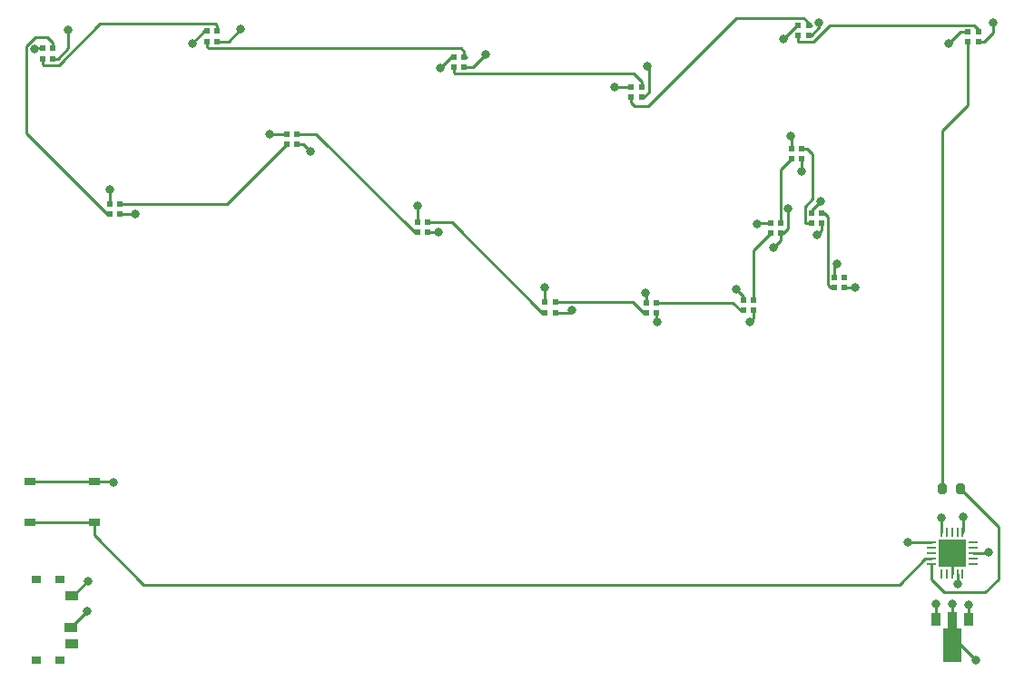
<source format=gbr>
%TF.GenerationSoftware,KiCad,Pcbnew,7.0.6*%
%TF.CreationDate,2023-11-12T21:40:01+01:00*%
%TF.ProjectId,Julkort,4a756c6b-6f72-4742-9e6b-696361645f70,rev?*%
%TF.SameCoordinates,Original*%
%TF.FileFunction,Copper,L1,Top*%
%TF.FilePolarity,Positive*%
%FSLAX46Y46*%
G04 Gerber Fmt 4.6, Leading zero omitted, Abs format (unit mm)*
G04 Created by KiCad (PCBNEW 7.0.6) date 2023-11-12 21:40:01*
%MOMM*%
%LPD*%
G01*
G04 APERTURE LIST*
G04 Aperture macros list*
%AMRoundRect*
0 Rectangle with rounded corners*
0 $1 Rounding radius*
0 $2 $3 $4 $5 $6 $7 $8 $9 X,Y pos of 4 corners*
0 Add a 4 corners polygon primitive as box body*
4,1,4,$2,$3,$4,$5,$6,$7,$8,$9,$2,$3,0*
0 Add four circle primitives for the rounded corners*
1,1,$1+$1,$2,$3*
1,1,$1+$1,$4,$5*
1,1,$1+$1,$6,$7*
1,1,$1+$1,$8,$9*
0 Add four rect primitives between the rounded corners*
20,1,$1+$1,$2,$3,$4,$5,0*
20,1,$1+$1,$4,$5,$6,$7,0*
20,1,$1+$1,$6,$7,$8,$9,0*
20,1,$1+$1,$8,$9,$2,$3,0*%
%AMFreePoly0*
4,1,9,3.862500,-0.866500,0.737500,-0.866500,0.737500,-0.450000,-0.737500,-0.450000,-0.737500,0.450000,0.737500,0.450000,0.737500,0.866500,3.862500,0.866500,3.862500,-0.866500,3.862500,-0.866500,$1*%
G04 Aperture macros list end*
%TA.AperFunction,SMDPad,CuDef*%
%ADD10R,0.550000X0.550000*%
%TD*%
%TA.AperFunction,SMDPad,CuDef*%
%ADD11RoundRect,0.200000X0.200000X0.275000X-0.200000X0.275000X-0.200000X-0.275000X0.200000X-0.275000X0*%
%TD*%
%TA.AperFunction,SMDPad,CuDef*%
%ADD12R,0.900000X1.300000*%
%TD*%
%TA.AperFunction,SMDPad,CuDef*%
%ADD13FreePoly0,270.000000*%
%TD*%
%TA.AperFunction,SMDPad,CuDef*%
%ADD14R,1.200000X0.900000*%
%TD*%
%TA.AperFunction,SMDPad,CuDef*%
%ADD15R,0.900000X0.800000*%
%TD*%
%TA.AperFunction,SMDPad,CuDef*%
%ADD16RoundRect,0.062500X-0.350000X-0.062500X0.350000X-0.062500X0.350000X0.062500X-0.350000X0.062500X0*%
%TD*%
%TA.AperFunction,SMDPad,CuDef*%
%ADD17RoundRect,0.062500X-0.062500X-0.350000X0.062500X-0.350000X0.062500X0.350000X-0.062500X0.350000X0*%
%TD*%
%TA.AperFunction,ComponentPad*%
%ADD18C,0.500000*%
%TD*%
%TA.AperFunction,SMDPad,CuDef*%
%ADD19R,2.500000X2.500000*%
%TD*%
%TA.AperFunction,SMDPad,CuDef*%
%ADD20R,1.000000X0.750000*%
%TD*%
%TA.AperFunction,ViaPad*%
%ADD21C,0.800000*%
%TD*%
%TA.AperFunction,Conductor*%
%ADD22C,0.250000*%
%TD*%
G04 APERTURE END LIST*
D10*
%TO.P,D14,1,DIN*%
%TO.N,Net-(D13-DOUT)*%
X148545075Y-87094201D03*
%TO.P,D14,2,VDD*%
%TO.N,+6V*%
X149495075Y-87094201D03*
%TO.P,D14,3,DOUT*%
%TO.N,Net-(D14-DOUT)*%
X149495075Y-86144201D03*
%TO.P,D14,4,GND*%
%TO.N,GND*%
X148545075Y-86144201D03*
%TD*%
%TO.P,D12,1,DIN*%
%TO.N,Net-(D11-DOUT)*%
X144063947Y-101264957D03*
%TO.P,D12,2,VDD*%
%TO.N,+6V*%
X145013947Y-101264957D03*
%TO.P,D12,3,DOUT*%
%TO.N,Net-(D12-DOUT)*%
X145013947Y-100314957D03*
%TO.P,D12,4,GND*%
%TO.N,GND*%
X144063947Y-100314957D03*
%TD*%
D11*
%TO.P,R1,1*%
%TO.N,Net-(U1-AREF{slash}PA0)*%
X164269654Y-117873176D03*
%TO.P,R1,2*%
%TO.N,Net-(D1-DIN)*%
X162619654Y-117873176D03*
%TD*%
D12*
%TO.P,U2,1,OUT*%
%TO.N,+6V*%
X165054247Y-130104485D03*
D13*
%TO.P,U2,2,GND*%
%TO.N,GND*%
X163554247Y-130191985D03*
D12*
%TO.P,U2,3,IN*%
%TO.N,Net-(U2-IN)*%
X162054247Y-130104485D03*
%TD*%
D14*
%TO.P,J1,1,NO*%
%TO.N,GND*%
X81374644Y-127889317D03*
%TO.P,J1,2,COM*%
%TO.N,Net-(J1-COM)*%
X81357246Y-130844155D03*
%TO.P,J1,3,NC*%
%TO.N,unconnected-(J1-NC-Pad3)*%
X81374644Y-132389317D03*
D15*
%TO.P,J1,MP1,MP1*%
%TO.N,unconnected-(J1-PadMP1)*%
X80324644Y-126339317D03*
%TO.P,J1,MP2,MP2*%
%TO.N,unconnected-(J1-PadMP2)*%
X80324644Y-133939317D03*
%TO.P,J1,MP3,MP3*%
%TO.N,unconnected-(J1-PadMP3)*%
X78124644Y-133939317D03*
%TO.P,J1,MP4,MP4*%
%TO.N,unconnected-(J1-PadMP4)*%
X78124644Y-126339317D03*
%TD*%
D10*
%TO.P,D9,1,DIN*%
%TO.N,Net-(D8-DOUT)*%
X113655595Y-93955523D03*
%TO.P,D9,2,VDD*%
%TO.N,+6V*%
X114605595Y-93955523D03*
%TO.P,D9,3,DOUT*%
%TO.N,Net-(D10-DIN)*%
X114605595Y-93005523D03*
%TO.P,D9,4,GND*%
%TO.N,GND*%
X113655595Y-93005523D03*
%TD*%
%TO.P,D2,1,DIN*%
%TO.N,Net-(D1-DOUT)*%
X149178278Y-75573155D03*
%TO.P,D2,2,VDD*%
%TO.N,+6V*%
X150128278Y-75573155D03*
%TO.P,D2,3,DOUT*%
%TO.N,Net-(D2-DOUT)*%
X150128278Y-74623155D03*
%TO.P,D2,4,GND*%
%TO.N,GND*%
X149178278Y-74623155D03*
%TD*%
%TO.P,D15,1,DIN*%
%TO.N,Net-(D14-DOUT)*%
X150389617Y-93081466D03*
%TO.P,D15,2,VDD*%
%TO.N,+6V*%
X151339617Y-93081466D03*
%TO.P,D15,3,DOUT*%
%TO.N,Net-(D15-DOUT)*%
X151339617Y-92131466D03*
%TO.P,D15,4,GND*%
%TO.N,GND*%
X150389617Y-92131466D03*
%TD*%
%TO.P,D8,1,DIN*%
%TO.N,Net-(D7-DOUT)*%
X101460621Y-85721700D03*
%TO.P,D8,2,VDD*%
%TO.N,+6V*%
X102410621Y-85721700D03*
%TO.P,D8,3,DOUT*%
%TO.N,Net-(D8-DOUT)*%
X102410621Y-84771700D03*
%TO.P,D8,4,GND*%
%TO.N,GND*%
X101460621Y-84771700D03*
%TD*%
D16*
%TO.P,U1,1,PA4*%
%TO.N,Net-(U1-PA4)*%
X161572910Y-122922699D03*
%TO.P,U1,2,PA3*%
%TO.N,unconnected-(U1-PA3-Pad2)*%
X161572910Y-123422699D03*
%TO.P,U1,3,PA2*%
%TO.N,unconnected-(U1-PA2-Pad3)*%
X161572910Y-123922699D03*
%TO.P,U1,4,PA1*%
%TO.N,Net-(S1-NO_1)*%
X161572910Y-124422699D03*
%TO.P,U1,5,AREF/PA0*%
%TO.N,Net-(U1-AREF{slash}PA0)*%
X161572910Y-124922699D03*
D17*
%TO.P,U1,6,NC*%
%TO.N,unconnected-(U1-NC-Pad6)*%
X162510410Y-125860199D03*
%TO.P,U1,7,NC*%
%TO.N,unconnected-(U1-NC-Pad7)*%
X163010410Y-125860199D03*
%TO.P,U1,8,GND*%
%TO.N,GND*%
X163510410Y-125860199D03*
%TO.P,U1,9,VCC*%
%TO.N,+6V*%
X164010410Y-125860199D03*
%TO.P,U1,10,NC*%
%TO.N,unconnected-(U1-NC-Pad10)*%
X164510410Y-125860199D03*
D16*
%TO.P,U1,11,XTAL1/PB0*%
%TO.N,unconnected-(U1-XTAL1{slash}PB0-Pad11)*%
X165447910Y-124922699D03*
%TO.P,U1,12,XTAL2/PB1*%
%TO.N,unconnected-(U1-XTAL2{slash}PB1-Pad12)*%
X165447910Y-124422699D03*
%TO.P,U1,13,~{RESET}/PB3*%
%TO.N,Net-(U1-~{RESET}{slash}PB3)*%
X165447910Y-123922699D03*
%TO.P,U1,14,PB2*%
%TO.N,unconnected-(U1-PB2-Pad14)*%
X165447910Y-123422699D03*
%TO.P,U1,15,PA7*%
%TO.N,unconnected-(U1-PA7-Pad15)*%
X165447910Y-122922699D03*
D17*
%TO.P,U1,16,PA6*%
%TO.N,Net-(U1-PA6)*%
X164510410Y-121985199D03*
%TO.P,U1,17,NC*%
%TO.N,unconnected-(U1-NC-Pad17)*%
X164010410Y-121985199D03*
%TO.P,U1,18,NC*%
%TO.N,unconnected-(U1-NC-Pad18)*%
X163510410Y-121985199D03*
%TO.P,U1,19,NC*%
%TO.N,unconnected-(U1-NC-Pad19)*%
X163010410Y-121985199D03*
%TO.P,U1,20,PA5*%
%TO.N,Net-(U1-PA5)*%
X162510410Y-121985199D03*
D18*
%TO.P,U1,21,GND*%
%TO.N,GND*%
X162510410Y-122922699D03*
X162510410Y-124922699D03*
D19*
X163510410Y-123922699D03*
D18*
X164510410Y-122922699D03*
X164510410Y-124922699D03*
%TD*%
D10*
%TO.P,D3,1,DIN*%
%TO.N,Net-(D2-DOUT)*%
X133595128Y-81352600D03*
%TO.P,D3,2,VDD*%
%TO.N,+6V*%
X134545128Y-81352600D03*
%TO.P,D3,3,DOUT*%
%TO.N,Net-(D3-DOUT)*%
X134545128Y-80402600D03*
%TO.P,D3,4,GND*%
%TO.N,GND*%
X133595128Y-80402600D03*
%TD*%
%TO.P,D5,1,DIN*%
%TO.N,Net-(D4-DOUT)*%
X94018551Y-76135598D03*
%TO.P,D5,2,VDD*%
%TO.N,+6V*%
X94968551Y-76135598D03*
%TO.P,D5,3,DOUT*%
%TO.N,Net-(D5-DOUT)*%
X94968551Y-75185598D03*
%TO.P,D5,4,GND*%
%TO.N,GND*%
X94018551Y-75185598D03*
%TD*%
%TO.P,D10,1,DIN*%
%TO.N,Net-(D10-DIN)*%
X125554939Y-101446800D03*
%TO.P,D10,2,VDD*%
%TO.N,+6V*%
X126504939Y-101446800D03*
%TO.P,D10,3,DOUT*%
%TO.N,Net-(D10-DOUT)*%
X126504939Y-100496800D03*
%TO.P,D10,4,GND*%
%TO.N,GND*%
X125554939Y-100496800D03*
%TD*%
%TO.P,D1,1,DIN*%
%TO.N,Net-(D1-DIN)*%
X165018092Y-76186875D03*
%TO.P,D1,2,VDD*%
%TO.N,+6V*%
X165968092Y-76186875D03*
%TO.P,D1,3,DOUT*%
%TO.N,Net-(D1-DOUT)*%
X165968092Y-75236875D03*
%TO.P,D1,4,GND*%
%TO.N,GND*%
X165018092Y-75236875D03*
%TD*%
D20*
%TO.P,S1,A1,COM_1*%
%TO.N,GND*%
X77499405Y-117249277D03*
%TO.P,S1,B1,COM_2*%
X83499405Y-117249277D03*
%TO.P,S1,C1,NO_1*%
%TO.N,Net-(S1-NO_1)*%
X77499405Y-120999277D03*
%TO.P,S1,D1,NO_2*%
X83499405Y-120999277D03*
%TD*%
D10*
%TO.P,D7,1,DIN*%
%TO.N,Net-(D6-DOUT)*%
X84977863Y-92253432D03*
%TO.P,D7,2,VDD*%
%TO.N,+6V*%
X85927863Y-92253432D03*
%TO.P,D7,3,DOUT*%
%TO.N,Net-(D7-DOUT)*%
X85927863Y-91303432D03*
%TO.P,D7,4,GND*%
%TO.N,GND*%
X84977863Y-91303432D03*
%TD*%
%TO.P,D13,1,DIN*%
%TO.N,Net-(D12-DOUT)*%
X146580928Y-94068768D03*
%TO.P,D13,2,VDD*%
%TO.N,+6V*%
X147530928Y-94068768D03*
%TO.P,D13,3,DOUT*%
%TO.N,Net-(D13-DOUT)*%
X147530928Y-93118768D03*
%TO.P,D13,4,GND*%
%TO.N,GND*%
X146580928Y-93118768D03*
%TD*%
%TO.P,D4,1,DIN*%
%TO.N,Net-(D3-DOUT)*%
X117066637Y-78532412D03*
%TO.P,D4,2,VDD*%
%TO.N,+6V*%
X118016637Y-78532412D03*
%TO.P,D4,3,DOUT*%
%TO.N,Net-(D4-DOUT)*%
X118016637Y-77582412D03*
%TO.P,D4,4,GND*%
%TO.N,GND*%
X117066637Y-77582412D03*
%TD*%
%TO.P,D6,1,DIN*%
%TO.N,Net-(D5-DOUT)*%
X78673571Y-77735787D03*
%TO.P,D6,2,VDD*%
%TO.N,+6V*%
X79623571Y-77735787D03*
%TO.P,D6,3,DOUT*%
%TO.N,Net-(D6-DOUT)*%
X79623571Y-76785787D03*
%TO.P,D6,4,GND*%
%TO.N,GND*%
X78673571Y-76785787D03*
%TD*%
%TO.P,D16,1,DIN*%
%TO.N,Net-(D15-DOUT)*%
X152500158Y-99108820D03*
%TO.P,D16,2,VDD*%
%TO.N,+6V*%
X153450158Y-99108820D03*
%TO.P,D16,3,DOUT*%
%TO.N,unconnected-(D16-DOUT-Pad3)*%
X153450158Y-98158820D03*
%TO.P,D16,4,GND*%
%TO.N,GND*%
X152500158Y-98158820D03*
%TD*%
%TO.P,D11,1,DIN*%
%TO.N,Net-(D10-DOUT)*%
X135004275Y-101485766D03*
%TO.P,D11,2,VDD*%
%TO.N,+6V*%
X135954275Y-101485766D03*
%TO.P,D11,3,DOUT*%
%TO.N,Net-(D11-DOUT)*%
X135954275Y-100535766D03*
%TO.P,D11,4,GND*%
%TO.N,GND*%
X135004275Y-100535766D03*
%TD*%
D21*
%TO.N,GND*%
X84978455Y-89996121D03*
X113662829Y-91515766D03*
X77948335Y-76818736D03*
X82907011Y-126515432D03*
X85318686Y-117297336D03*
X148503053Y-84947808D03*
X152770079Y-96933257D03*
X132053110Y-80371702D03*
X145352150Y-93164194D03*
X134963616Y-99594783D03*
X165776691Y-133929622D03*
X92671121Y-76327900D03*
X147824793Y-75881451D03*
X143403227Y-99302873D03*
X163536387Y-128637625D03*
X163227298Y-76310729D03*
X125528080Y-99113991D03*
X99900167Y-84767511D03*
X151221584Y-91046592D03*
X115749121Y-78637418D03*
%TO.N,+6V*%
X167350514Y-74379704D03*
X128036054Y-101221300D03*
X144674382Y-102365773D03*
X164012858Y-126752856D03*
X81108509Y-75084343D03*
X149488244Y-88229639D03*
X146884223Y-95377123D03*
X120036420Y-77360628D03*
X87298702Y-92234806D03*
X154506508Y-99129015D03*
X148255428Y-91719722D03*
X150909156Y-94175144D03*
X97184287Y-75006410D03*
X135996029Y-102365773D03*
X135077424Y-78471169D03*
X115639653Y-93943333D03*
X151132381Y-74379704D03*
X103690078Y-86366682D03*
X165069063Y-128702569D03*
%TO.N,Net-(U1-PA4)*%
X159384469Y-122891353D03*
%TO.N,Net-(U1-~{RESET}{slash}PB3)*%
X166907251Y-123864346D03*
%TO.N,Net-(U1-PA6)*%
X164582306Y-120535681D03*
%TO.N,Net-(U2-IN)*%
X162016700Y-128663602D03*
%TO.N,Net-(J1-COM)*%
X82883291Y-129357416D03*
%TO.N,Net-(U1-PA5)*%
X162536251Y-120610560D03*
%TD*%
D22*
%TO.N,Net-(D1-DOUT)*%
X149178278Y-76138845D02*
X149178278Y-75573155D01*
X152082905Y-74636875D02*
X150546625Y-76173155D01*
X165968092Y-75052367D02*
X165552600Y-74636875D01*
X165968092Y-75236875D02*
X165968092Y-75052367D01*
X149212588Y-76173155D02*
X149178278Y-76138845D01*
X165552600Y-74636875D02*
X152082905Y-74636875D01*
X150546625Y-76173155D02*
X149212588Y-76173155D01*
%TO.N,GND*%
X133595128Y-80402600D02*
X132084008Y-80402600D01*
X83499405Y-117249277D02*
X85270627Y-117249277D01*
X149083089Y-74623155D02*
X147824793Y-75881451D01*
X152500158Y-97203178D02*
X152770079Y-96933257D01*
X113655595Y-93005523D02*
X113655595Y-91523000D01*
X149178278Y-74623155D02*
X149083089Y-74623155D01*
X99904356Y-84771700D02*
X99900167Y-84767511D01*
X144063947Y-99963593D02*
X143403227Y-99302873D01*
X148545075Y-84989830D02*
X148503053Y-84947808D01*
X93813423Y-75185598D02*
X92671121Y-76327900D01*
X78673571Y-76785787D02*
X77981284Y-76785787D01*
X77981284Y-76785787D02*
X77948335Y-76818736D01*
X81374644Y-127889317D02*
X81533126Y-127889317D01*
X152500158Y-98158820D02*
X152500158Y-97203178D01*
X145397576Y-93118768D02*
X145352150Y-93164194D01*
X132084008Y-80402600D02*
X132053110Y-80371702D01*
X81533126Y-127889317D02*
X82907011Y-126515432D01*
X113655595Y-91523000D02*
X113662829Y-91515766D01*
X135004275Y-99635442D02*
X134963616Y-99594783D01*
X163510410Y-125860199D02*
X163510410Y-123922699D01*
X77499405Y-117249277D02*
X83499405Y-117249277D01*
X84977863Y-89996713D02*
X84978455Y-89996121D01*
X150389617Y-91878559D02*
X151221584Y-91046592D01*
X150389617Y-92131466D02*
X150389617Y-91878559D01*
X164301152Y-75236875D02*
X163227298Y-76310729D01*
X84977863Y-91303432D02*
X84977863Y-89996713D01*
X163554247Y-131707178D02*
X163554247Y-130191985D01*
X135004275Y-100535766D02*
X135004275Y-99635442D01*
X94018551Y-75185598D02*
X93813423Y-75185598D01*
X165776691Y-133929622D02*
X163554247Y-131707178D01*
X144063947Y-100314957D02*
X144063947Y-99963593D01*
X165018092Y-75236875D02*
X164301152Y-75236875D01*
X146580928Y-93118768D02*
X145397576Y-93118768D01*
X85270627Y-117249277D02*
X85318686Y-117297336D01*
X101460621Y-84771700D02*
X99904356Y-84771700D01*
X163554247Y-128655485D02*
X163536387Y-128637625D01*
X125554939Y-99140850D02*
X125528080Y-99113991D01*
X125554939Y-100496800D02*
X125554939Y-99140850D01*
X163554247Y-130191985D02*
X163554247Y-128655485D01*
X148545075Y-86144201D02*
X148545075Y-84989830D01*
X117066637Y-77582412D02*
X116804127Y-77582412D01*
X116804127Y-77582412D02*
X115749121Y-78637418D01*
%TO.N,Net-(D2-DOUT)*%
X150378278Y-74623155D02*
X150128278Y-74623155D01*
X149684790Y-73929667D02*
X143412343Y-73929667D01*
X150128278Y-74623155D02*
X150128278Y-74373155D01*
X133879079Y-82161551D02*
X133595128Y-81877600D01*
X143412343Y-73929667D02*
X135180459Y-82161551D01*
X133595128Y-81877600D02*
X133595128Y-81352600D01*
X150128278Y-74373155D02*
X149684790Y-73929667D01*
X135180459Y-82161551D02*
X133879079Y-82161551D01*
%TO.N,Net-(D3-DOUT)*%
X133799940Y-79132412D02*
X117141637Y-79132412D01*
X117141637Y-79132412D02*
X117066637Y-79057412D01*
X134545128Y-79877600D02*
X133799940Y-79132412D01*
X117066637Y-79057412D02*
X117066637Y-78532412D01*
X134545128Y-80402600D02*
X134545128Y-79877600D01*
%TO.N,Net-(D4-DOUT)*%
X118016637Y-77057412D02*
X117694823Y-76735598D01*
X117694823Y-76735598D02*
X94153445Y-76735598D01*
X118016637Y-77582412D02*
X118016637Y-77057412D01*
X94153445Y-76735598D02*
X94018551Y-76600704D01*
X94018551Y-76600704D02*
X94018551Y-76135598D01*
X118266637Y-77582412D02*
X118016637Y-77582412D01*
%TO.N,Net-(D5-DOUT)*%
X94968551Y-74660598D02*
X94817145Y-74509192D01*
X94817145Y-74509192D02*
X84050166Y-74509192D01*
X80212418Y-78346940D02*
X78759724Y-78346940D01*
X78759724Y-78346940D02*
X78673571Y-78260787D01*
X84050166Y-74509192D02*
X80212418Y-78346940D01*
X78673571Y-78260787D02*
X78673571Y-77735787D01*
X94968551Y-75185598D02*
X94968551Y-74660598D01*
%TO.N,Net-(D6-DOUT)*%
X77174176Y-76568296D02*
X77174176Y-84699745D01*
X84727863Y-92253432D02*
X84977863Y-92253432D01*
X79098280Y-75735496D02*
X78006976Y-75735496D01*
X79623571Y-76785787D02*
X79623571Y-76260787D01*
X77174176Y-84699745D02*
X84727863Y-92253432D01*
X78006976Y-75735496D02*
X77174176Y-76568296D01*
X79623571Y-76260787D02*
X79098280Y-75735496D01*
%TO.N,Net-(D7-DOUT)*%
X95878889Y-91303432D02*
X101460621Y-85721700D01*
X85927863Y-91303432D02*
X95878889Y-91303432D01*
%TO.N,Net-(D8-DOUT)*%
X102410621Y-84771700D02*
X104221772Y-84771700D01*
X104221772Y-84771700D02*
X113405595Y-93955523D01*
X113405595Y-93955523D02*
X113655595Y-93955523D01*
%TO.N,Net-(D10-DIN)*%
X114605595Y-93005523D02*
X116863662Y-93005523D01*
X125304939Y-101446800D02*
X125554939Y-101446800D01*
X116863662Y-93005523D02*
X125304939Y-101446800D01*
%TO.N,Net-(D10-DOUT)*%
X126504939Y-100496800D02*
X133765309Y-100496800D01*
X134754275Y-101485766D02*
X135004275Y-101485766D01*
X133765309Y-100496800D02*
X134754275Y-101485766D01*
%TO.N,Net-(D11-DOUT)*%
X143084756Y-100535766D02*
X143813947Y-101264957D01*
X135954275Y-100535766D02*
X143084756Y-100535766D01*
X143813947Y-101264957D02*
X144063947Y-101264957D01*
%TO.N,Net-(D12-DOUT)*%
X145013947Y-100314957D02*
X145013947Y-95635749D01*
X145013947Y-95635749D02*
X146580928Y-94068768D01*
%TO.N,Net-(D13-DOUT)*%
X147530928Y-88108348D02*
X148545075Y-87094201D01*
X147530928Y-93118768D02*
X147530928Y-88108348D01*
%TO.N,Net-(D14-DOUT)*%
X150020075Y-86144201D02*
X150523524Y-86647650D01*
X149495075Y-86144201D02*
X150020075Y-86144201D01*
X149864617Y-93081466D02*
X150389617Y-93081466D01*
X150523524Y-90797559D02*
X149789617Y-91531466D01*
X149789617Y-93006466D02*
X149864617Y-93081466D01*
X150523524Y-86647650D02*
X150523524Y-90797559D01*
X149789617Y-91531466D02*
X149789617Y-93006466D01*
%TO.N,Net-(D15-DOUT)*%
X151339617Y-92131466D02*
X151589617Y-92131466D01*
X151900158Y-97558820D02*
X151900158Y-98847921D01*
X151940142Y-97518836D02*
X151900158Y-97558820D01*
X152161057Y-99108820D02*
X152500158Y-99108820D01*
X151900158Y-98847921D02*
X152161057Y-99108820D01*
X151589617Y-92131466D02*
X151940142Y-92481991D01*
X151940142Y-92481991D02*
X151940142Y-97518836D01*
%TO.N,+6V*%
X145013947Y-101264957D02*
X145013947Y-102026208D01*
X103045096Y-85721700D02*
X103690078Y-86366682D01*
X145013947Y-102026208D02*
X144674382Y-102365773D01*
X81108509Y-76775849D02*
X81108509Y-75084343D01*
X114605595Y-93955523D02*
X115627463Y-93955523D01*
X79623571Y-77735787D02*
X80148571Y-77735787D01*
X165054247Y-128717385D02*
X165069063Y-128702569D01*
X164010410Y-125860199D02*
X164010410Y-126750408D01*
X151339617Y-93744683D02*
X150909156Y-94175144D01*
X147530928Y-94068768D02*
X147530928Y-94730418D01*
X126504939Y-101446800D02*
X127810554Y-101446800D01*
X164010410Y-126750408D02*
X164012858Y-126752856D01*
X85927863Y-92253432D02*
X87280076Y-92253432D01*
X127810554Y-101446800D02*
X128036054Y-101221300D01*
X153450158Y-99108820D02*
X154486313Y-99108820D01*
X149495075Y-87094201D02*
X149495075Y-88222808D01*
X118016637Y-78532412D02*
X118864636Y-78532412D01*
X87280076Y-92253432D02*
X87298702Y-92234806D01*
X96055099Y-76135598D02*
X97184287Y-75006410D01*
X147780928Y-94068768D02*
X147530928Y-94068768D01*
X154486313Y-99108820D02*
X154506508Y-99129015D01*
X135249085Y-80898643D02*
X135249085Y-78642830D01*
X102410621Y-85721700D02*
X103045096Y-85721700D01*
X80148571Y-77735787D02*
X81108509Y-76775849D01*
X150378278Y-75573155D02*
X151132381Y-74819052D01*
X135954275Y-102324019D02*
X135996029Y-102365773D01*
X166493092Y-76186875D02*
X167350514Y-75329453D01*
X151132381Y-74819052D02*
X151132381Y-74379704D01*
X165054247Y-130104485D02*
X165054247Y-128717385D01*
X150128278Y-75573155D02*
X150378278Y-75573155D01*
X135249085Y-78642830D02*
X135077424Y-78471169D01*
X149495075Y-88222808D02*
X149488244Y-88229639D01*
X148255428Y-91719722D02*
X148255428Y-93594268D01*
X94968551Y-76135598D02*
X96055099Y-76135598D01*
X135954275Y-101485766D02*
X135954275Y-102324019D01*
X134545128Y-81352600D02*
X134795128Y-81352600D01*
X134795128Y-81352600D02*
X135249085Y-80898643D01*
X151339617Y-93081466D02*
X151339617Y-93744683D01*
X167350514Y-75329453D02*
X167350514Y-74379704D01*
X118864636Y-78532412D02*
X120036420Y-77360628D01*
X148255428Y-93594268D02*
X147780928Y-94068768D01*
X165968092Y-76186875D02*
X166493092Y-76186875D01*
X147530928Y-94730418D02*
X146884223Y-95377123D01*
X115627463Y-93955523D02*
X115639653Y-93943333D01*
%TO.N,Net-(U1-PA4)*%
X161541564Y-122891353D02*
X161572910Y-122922699D01*
X159384469Y-122891353D02*
X161541564Y-122891353D01*
%TO.N,Net-(U1-~{RESET}{slash}PB3)*%
X166848898Y-123922699D02*
X165447910Y-123922699D01*
X166907251Y-123864346D02*
X166848898Y-123922699D01*
%TO.N,Net-(U1-PA6)*%
X164582306Y-121913303D02*
X164510410Y-121985199D01*
X164582306Y-120535681D02*
X164582306Y-121913303D01*
%TO.N,Net-(D1-DIN)*%
X162619654Y-117873176D02*
X162619654Y-84454609D01*
X162619654Y-84454609D02*
X165018092Y-82056171D01*
X165018092Y-82056171D02*
X165018092Y-76186875D01*
%TO.N,Net-(U2-IN)*%
X162054247Y-130104485D02*
X162054247Y-128701149D01*
X162054247Y-128701149D02*
X162016700Y-128663602D01*
%TO.N,Net-(J1-COM)*%
X82843985Y-129357416D02*
X81357246Y-130844155D01*
X82851390Y-129389317D02*
X82883291Y-129357416D01*
X82883291Y-129357416D02*
X82843985Y-129357416D01*
%TO.N,Net-(U1-AREF{slash}PA0)*%
X166599977Y-127574844D02*
X162810501Y-127574844D01*
X161572910Y-126337253D02*
X161572910Y-124922699D01*
X162810501Y-127574844D02*
X161572910Y-126337253D01*
X164269654Y-117873176D02*
X167827417Y-121430939D01*
X167827417Y-126347404D02*
X166599977Y-127574844D01*
X167827417Y-121430939D02*
X167827417Y-126347404D01*
%TO.N,Net-(S1-NO_1)*%
X77499405Y-120999277D02*
X83499405Y-120999277D01*
X88096206Y-126838130D02*
X83499405Y-122241329D01*
X83499405Y-122241329D02*
X83499405Y-120999277D01*
X161012402Y-124422699D02*
X158596971Y-126838130D01*
X161572910Y-124422699D02*
X161012402Y-124422699D01*
X158596971Y-126838130D02*
X88096206Y-126838130D01*
%TO.N,Net-(U1-PA5)*%
X162510410Y-120636401D02*
X162536251Y-120610560D01*
X162510410Y-121985199D02*
X162510410Y-120636401D01*
%TD*%
M02*

</source>
